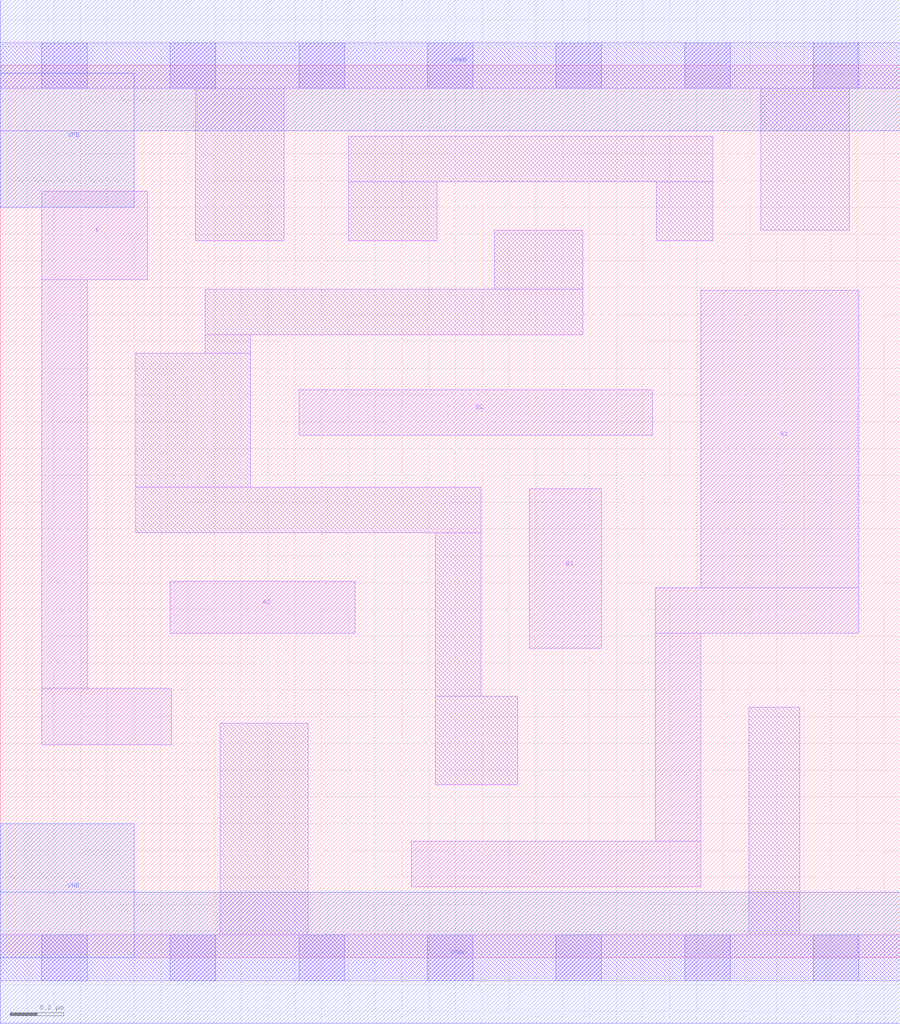
<source format=lef>
# Copyright 2020 The SkyWater PDK Authors
#
# Licensed under the Apache License, Version 2.0 (the "License");
# you may not use this file except in compliance with the License.
# You may obtain a copy of the License at
#
#     https://www.apache.org/licenses/LICENSE-2.0
#
# Unless required by applicable law or agreed to in writing, software
# distributed under the License is distributed on an "AS IS" BASIS,
# WITHOUT WARRANTIES OR CONDITIONS OF ANY KIND, either express or implied.
# See the License for the specific language governing permissions and
# limitations under the License.
#
# SPDX-License-Identifier: Apache-2.0

VERSION 5.5 ;
NAMESCASESENSITIVE ON ;
BUSBITCHARS "[]" ;
DIVIDERCHAR "/" ;
MACRO sky130_fd_sc_lp__a22o_m
  CLASS CORE ;
  SOURCE USER ;
  ORIGIN  0.000000  0.000000 ;
  SIZE  3.360000 BY  3.330000 ;
  SYMMETRY X Y R90 ;
  SITE unit ;
  PIN A1
    ANTENNAGATEAREA  0.126000 ;
    DIRECTION INPUT ;
    USE SIGNAL ;
    PORT
      LAYER li1 ;
        RECT 1.535000 0.265000 2.615000 0.435000 ;
        RECT 2.445000 0.435000 2.615000 1.210000 ;
        RECT 2.445000 1.210000 3.205000 1.380000 ;
        RECT 2.615000 1.380000 3.205000 2.490000 ;
    END
  END A1
  PIN A2
    ANTENNAGATEAREA  0.126000 ;
    DIRECTION INPUT ;
    USE SIGNAL ;
    PORT
      LAYER li1 ;
        RECT 0.635000 1.210000 1.325000 1.405000 ;
    END
  END A2
  PIN B1
    ANTENNAGATEAREA  0.126000 ;
    DIRECTION INPUT ;
    USE SIGNAL ;
    PORT
      LAYER li1 ;
        RECT 1.975000 1.155000 2.245000 1.750000 ;
    END
  END B1
  PIN B2
    ANTENNAGATEAREA  0.126000 ;
    DIRECTION INPUT ;
    USE SIGNAL ;
    PORT
      LAYER li1 ;
        RECT 1.115000 1.950000 2.435000 2.120000 ;
    END
  END B2
  PIN X
    ANTENNADIFFAREA  0.231000 ;
    DIRECTION OUTPUT ;
    USE SIGNAL ;
    PORT
      LAYER li1 ;
        RECT 0.155000 0.795000 0.640000 1.005000 ;
        RECT 0.155000 1.005000 0.325000 2.530000 ;
        RECT 0.155000 2.530000 0.550000 2.860000 ;
    END
  END X
  PIN VGND
    DIRECTION INOUT ;
    USE GROUND ;
    PORT
      LAYER met1 ;
        RECT 0.000000 -0.245000 3.360000 0.245000 ;
    END
  END VGND
  PIN VNB
    DIRECTION INOUT ;
    USE GROUND ;
    PORT
    END
  END VNB
  PIN VPB
    DIRECTION INOUT ;
    USE POWER ;
    PORT
    END
  END VPB
  PIN VNB
    DIRECTION INOUT ;
    USE GROUND ;
    PORT
      LAYER met1 ;
        RECT 0.000000 0.000000 0.500000 0.500000 ;
    END
  END VNB
  PIN VPB
    DIRECTION INOUT ;
    USE POWER ;
    PORT
      LAYER met1 ;
        RECT 0.000000 2.800000 0.500000 3.300000 ;
    END
  END VPB
  PIN VPWR
    DIRECTION INOUT ;
    USE POWER ;
    PORT
      LAYER met1 ;
        RECT 0.000000 3.085000 3.360000 3.575000 ;
    END
  END VPWR
  OBS
    LAYER li1 ;
      RECT 0.000000 -0.085000 3.360000 0.085000 ;
      RECT 0.000000  3.245000 3.360000 3.415000 ;
      RECT 0.505000  1.585000 1.795000 1.755000 ;
      RECT 0.505000  1.755000 0.935000 2.255000 ;
      RECT 0.730000  2.675000 1.060000 3.245000 ;
      RECT 0.765000  2.255000 0.935000 2.325000 ;
      RECT 0.765000  2.325000 2.175000 2.495000 ;
      RECT 0.820000  0.085000 1.150000 0.875000 ;
      RECT 1.300000  2.675000 1.630000 2.895000 ;
      RECT 1.300000  2.895000 2.660000 3.065000 ;
      RECT 1.625000  0.645000 1.930000 0.975000 ;
      RECT 1.625000  0.975000 1.795000 1.585000 ;
      RECT 1.845000  2.495000 2.175000 2.715000 ;
      RECT 2.450000  2.675000 2.660000 2.895000 ;
      RECT 2.795000  0.085000 2.985000 0.935000 ;
      RECT 2.840000  2.715000 3.170000 3.245000 ;
    LAYER mcon ;
      RECT 0.155000 -0.085000 0.325000 0.085000 ;
      RECT 0.155000  3.245000 0.325000 3.415000 ;
      RECT 0.635000 -0.085000 0.805000 0.085000 ;
      RECT 0.635000  3.245000 0.805000 3.415000 ;
      RECT 1.115000 -0.085000 1.285000 0.085000 ;
      RECT 1.115000  3.245000 1.285000 3.415000 ;
      RECT 1.595000 -0.085000 1.765000 0.085000 ;
      RECT 1.595000  3.245000 1.765000 3.415000 ;
      RECT 2.075000 -0.085000 2.245000 0.085000 ;
      RECT 2.075000  3.245000 2.245000 3.415000 ;
      RECT 2.555000 -0.085000 2.725000 0.085000 ;
      RECT 2.555000  3.245000 2.725000 3.415000 ;
      RECT 3.035000 -0.085000 3.205000 0.085000 ;
      RECT 3.035000  3.245000 3.205000 3.415000 ;
  END
END sky130_fd_sc_lp__a22o_m
END LIBRARY

</source>
